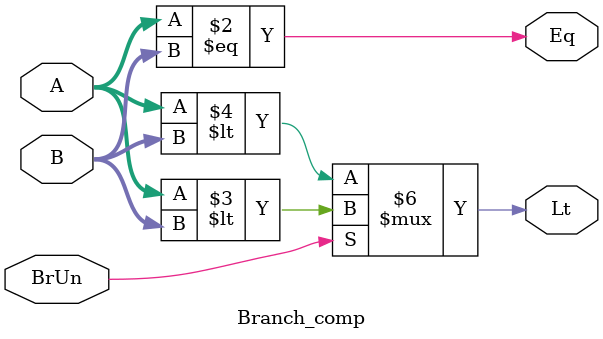
<source format=v>
module Branch_comp (
    input  [31:0] A,
    input  [31:0] B,
    input         BrUn,  // 0: signed, 1: unsigned
    output reg    Eq,    // 1 if A == B
    output reg    Lt     // 1 if A < B
);
    always @(*) begin
        Eq= (A==B);
        if(BrUn) Lt= (A<B); //For unsigned comparison
        else Lt=($signed(A)<$signed(B));  //For signed comparison
    end
    
endmodule
</source>
